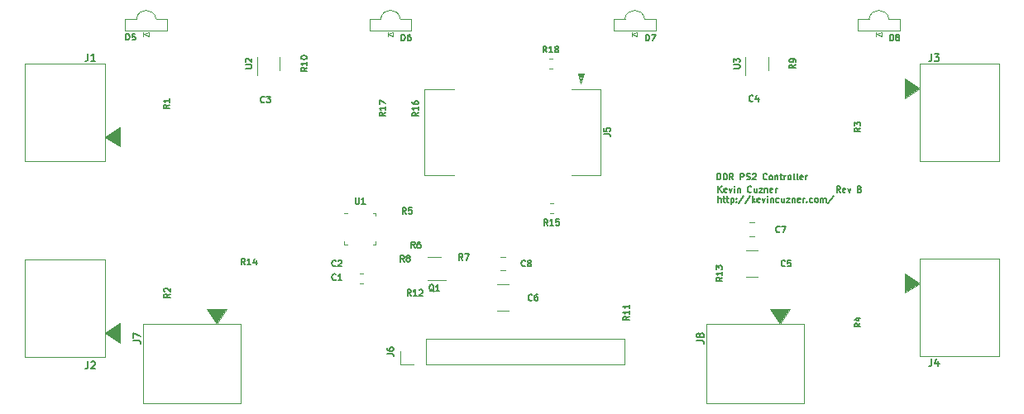
<source format=gbr>
G04 #@! TF.GenerationSoftware,KiCad,Pcbnew,5.1.6*
G04 #@! TF.CreationDate,2020-10-25T14:47:58-05:00*
G04 #@! TF.ProjectId,ddr-ps2-controller,6464722d-7073-4322-9d63-6f6e74726f6c,A*
G04 #@! TF.SameCoordinates,Original*
G04 #@! TF.FileFunction,Legend,Top*
G04 #@! TF.FilePolarity,Positive*
%FSLAX46Y46*%
G04 Gerber Fmt 4.6, Leading zero omitted, Abs format (unit mm)*
G04 Created by KiCad (PCBNEW 5.1.6) date 2020-10-25 14:47:58*
%MOMM*%
%LPD*%
G01*
G04 APERTURE LIST*
%ADD10C,0.150000*%
%ADD11C,0.120000*%
G04 APERTURE END LIST*
D10*
X171048690Y-99203261D02*
X171048690Y-98568261D01*
X171320833Y-99203261D02*
X171320833Y-98870642D01*
X171290595Y-98810166D01*
X171230119Y-98779928D01*
X171139404Y-98779928D01*
X171078928Y-98810166D01*
X171048690Y-98840404D01*
X171532500Y-98779928D02*
X171774404Y-98779928D01*
X171623214Y-98568261D02*
X171623214Y-99112547D01*
X171653452Y-99173023D01*
X171713928Y-99203261D01*
X171774404Y-99203261D01*
X171895357Y-98779928D02*
X172137261Y-98779928D01*
X171986071Y-98568261D02*
X171986071Y-99112547D01*
X172016309Y-99173023D01*
X172076785Y-99203261D01*
X172137261Y-99203261D01*
X172348928Y-98779928D02*
X172348928Y-99414928D01*
X172348928Y-98810166D02*
X172409404Y-98779928D01*
X172530357Y-98779928D01*
X172590833Y-98810166D01*
X172621071Y-98840404D01*
X172651309Y-98900880D01*
X172651309Y-99082309D01*
X172621071Y-99142785D01*
X172590833Y-99173023D01*
X172530357Y-99203261D01*
X172409404Y-99203261D01*
X172348928Y-99173023D01*
X172923452Y-99142785D02*
X172953690Y-99173023D01*
X172923452Y-99203261D01*
X172893214Y-99173023D01*
X172923452Y-99142785D01*
X172923452Y-99203261D01*
X172923452Y-98810166D02*
X172953690Y-98840404D01*
X172923452Y-98870642D01*
X172893214Y-98840404D01*
X172923452Y-98810166D01*
X172923452Y-98870642D01*
X173679404Y-98538023D02*
X173135119Y-99354452D01*
X174344642Y-98538023D02*
X173800357Y-99354452D01*
X174556309Y-99203261D02*
X174556309Y-98568261D01*
X174616785Y-98961357D02*
X174798214Y-99203261D01*
X174798214Y-98779928D02*
X174556309Y-99021833D01*
X175312261Y-99173023D02*
X175251785Y-99203261D01*
X175130833Y-99203261D01*
X175070357Y-99173023D01*
X175040119Y-99112547D01*
X175040119Y-98870642D01*
X175070357Y-98810166D01*
X175130833Y-98779928D01*
X175251785Y-98779928D01*
X175312261Y-98810166D01*
X175342500Y-98870642D01*
X175342500Y-98931119D01*
X175040119Y-98991595D01*
X175554166Y-98779928D02*
X175705357Y-99203261D01*
X175856547Y-98779928D01*
X176098452Y-99203261D02*
X176098452Y-98779928D01*
X176098452Y-98568261D02*
X176068214Y-98598500D01*
X176098452Y-98628738D01*
X176128690Y-98598500D01*
X176098452Y-98568261D01*
X176098452Y-98628738D01*
X176400833Y-98779928D02*
X176400833Y-99203261D01*
X176400833Y-98840404D02*
X176431071Y-98810166D01*
X176491547Y-98779928D01*
X176582261Y-98779928D01*
X176642738Y-98810166D01*
X176672976Y-98870642D01*
X176672976Y-99203261D01*
X177247500Y-99173023D02*
X177187023Y-99203261D01*
X177066071Y-99203261D01*
X177005595Y-99173023D01*
X176975357Y-99142785D01*
X176945119Y-99082309D01*
X176945119Y-98900880D01*
X176975357Y-98840404D01*
X177005595Y-98810166D01*
X177066071Y-98779928D01*
X177187023Y-98779928D01*
X177247500Y-98810166D01*
X177791785Y-98779928D02*
X177791785Y-99203261D01*
X177519642Y-98779928D02*
X177519642Y-99112547D01*
X177549880Y-99173023D01*
X177610357Y-99203261D01*
X177701071Y-99203261D01*
X177761547Y-99173023D01*
X177791785Y-99142785D01*
X178033690Y-98779928D02*
X178366309Y-98779928D01*
X178033690Y-99203261D01*
X178366309Y-99203261D01*
X178608214Y-98779928D02*
X178608214Y-99203261D01*
X178608214Y-98840404D02*
X178638452Y-98810166D01*
X178698928Y-98779928D01*
X178789642Y-98779928D01*
X178850119Y-98810166D01*
X178880357Y-98870642D01*
X178880357Y-99203261D01*
X179424642Y-99173023D02*
X179364166Y-99203261D01*
X179243214Y-99203261D01*
X179182738Y-99173023D01*
X179152500Y-99112547D01*
X179152500Y-98870642D01*
X179182738Y-98810166D01*
X179243214Y-98779928D01*
X179364166Y-98779928D01*
X179424642Y-98810166D01*
X179454880Y-98870642D01*
X179454880Y-98931119D01*
X179152500Y-98991595D01*
X179727023Y-99203261D02*
X179727023Y-98779928D01*
X179727023Y-98900880D02*
X179757261Y-98840404D01*
X179787500Y-98810166D01*
X179847976Y-98779928D01*
X179908452Y-98779928D01*
X180120119Y-99142785D02*
X180150357Y-99173023D01*
X180120119Y-99203261D01*
X180089880Y-99173023D01*
X180120119Y-99142785D01*
X180120119Y-99203261D01*
X180694642Y-99173023D02*
X180634166Y-99203261D01*
X180513214Y-99203261D01*
X180452738Y-99173023D01*
X180422500Y-99142785D01*
X180392261Y-99082309D01*
X180392261Y-98900880D01*
X180422500Y-98840404D01*
X180452738Y-98810166D01*
X180513214Y-98779928D01*
X180634166Y-98779928D01*
X180694642Y-98810166D01*
X181057500Y-99203261D02*
X180997023Y-99173023D01*
X180966785Y-99142785D01*
X180936547Y-99082309D01*
X180936547Y-98900880D01*
X180966785Y-98840404D01*
X180997023Y-98810166D01*
X181057500Y-98779928D01*
X181148214Y-98779928D01*
X181208690Y-98810166D01*
X181238928Y-98840404D01*
X181269166Y-98900880D01*
X181269166Y-99082309D01*
X181238928Y-99142785D01*
X181208690Y-99173023D01*
X181148214Y-99203261D01*
X181057500Y-99203261D01*
X181541309Y-99203261D02*
X181541309Y-98779928D01*
X181541309Y-98840404D02*
X181571547Y-98810166D01*
X181632023Y-98779928D01*
X181722738Y-98779928D01*
X181783214Y-98810166D01*
X181813452Y-98870642D01*
X181813452Y-99203261D01*
X181813452Y-98870642D02*
X181843690Y-98810166D01*
X181904166Y-98779928D01*
X181994880Y-98779928D01*
X182055357Y-98810166D01*
X182085595Y-98870642D01*
X182085595Y-99203261D01*
X182841547Y-98538023D02*
X182297261Y-99354452D01*
X183534642Y-98187261D02*
X183322976Y-97884880D01*
X183171785Y-98187261D02*
X183171785Y-97552261D01*
X183413690Y-97552261D01*
X183474166Y-97582500D01*
X183504404Y-97612738D01*
X183534642Y-97673214D01*
X183534642Y-97763928D01*
X183504404Y-97824404D01*
X183474166Y-97854642D01*
X183413690Y-97884880D01*
X183171785Y-97884880D01*
X184048690Y-98157023D02*
X183988214Y-98187261D01*
X183867261Y-98187261D01*
X183806785Y-98157023D01*
X183776547Y-98096547D01*
X183776547Y-97854642D01*
X183806785Y-97794166D01*
X183867261Y-97763928D01*
X183988214Y-97763928D01*
X184048690Y-97794166D01*
X184078928Y-97854642D01*
X184078928Y-97915119D01*
X183776547Y-97975595D01*
X184290595Y-97763928D02*
X184441785Y-98187261D01*
X184592976Y-97763928D01*
X185530357Y-97854642D02*
X185621071Y-97884880D01*
X185651309Y-97915119D01*
X185681547Y-97975595D01*
X185681547Y-98066309D01*
X185651309Y-98126785D01*
X185621071Y-98157023D01*
X185560595Y-98187261D01*
X185318690Y-98187261D01*
X185318690Y-97552261D01*
X185530357Y-97552261D01*
X185590833Y-97582500D01*
X185621071Y-97612738D01*
X185651309Y-97673214D01*
X185651309Y-97733690D01*
X185621071Y-97794166D01*
X185590833Y-97824404D01*
X185530357Y-97854642D01*
X185318690Y-97854642D01*
X171048690Y-98187261D02*
X171048690Y-97552261D01*
X171411547Y-98187261D02*
X171139404Y-97824404D01*
X171411547Y-97552261D02*
X171048690Y-97915119D01*
X171925595Y-98157023D02*
X171865119Y-98187261D01*
X171744166Y-98187261D01*
X171683690Y-98157023D01*
X171653452Y-98096547D01*
X171653452Y-97854642D01*
X171683690Y-97794166D01*
X171744166Y-97763928D01*
X171865119Y-97763928D01*
X171925595Y-97794166D01*
X171955833Y-97854642D01*
X171955833Y-97915119D01*
X171653452Y-97975595D01*
X172167500Y-97763928D02*
X172318690Y-98187261D01*
X172469880Y-97763928D01*
X172711785Y-98187261D02*
X172711785Y-97763928D01*
X172711785Y-97552261D02*
X172681547Y-97582500D01*
X172711785Y-97612738D01*
X172742023Y-97582500D01*
X172711785Y-97552261D01*
X172711785Y-97612738D01*
X173014166Y-97763928D02*
X173014166Y-98187261D01*
X173014166Y-97824404D02*
X173044404Y-97794166D01*
X173104880Y-97763928D01*
X173195595Y-97763928D01*
X173256071Y-97794166D01*
X173286309Y-97854642D01*
X173286309Y-98187261D01*
X174435357Y-98126785D02*
X174405119Y-98157023D01*
X174314404Y-98187261D01*
X174253928Y-98187261D01*
X174163214Y-98157023D01*
X174102738Y-98096547D01*
X174072500Y-98036071D01*
X174042261Y-97915119D01*
X174042261Y-97824404D01*
X174072500Y-97703452D01*
X174102738Y-97642976D01*
X174163214Y-97582500D01*
X174253928Y-97552261D01*
X174314404Y-97552261D01*
X174405119Y-97582500D01*
X174435357Y-97612738D01*
X174979642Y-97763928D02*
X174979642Y-98187261D01*
X174707500Y-97763928D02*
X174707500Y-98096547D01*
X174737738Y-98157023D01*
X174798214Y-98187261D01*
X174888928Y-98187261D01*
X174949404Y-98157023D01*
X174979642Y-98126785D01*
X175221547Y-97763928D02*
X175554166Y-97763928D01*
X175221547Y-98187261D01*
X175554166Y-98187261D01*
X175796071Y-97763928D02*
X175796071Y-98187261D01*
X175796071Y-97824404D02*
X175826309Y-97794166D01*
X175886785Y-97763928D01*
X175977500Y-97763928D01*
X176037976Y-97794166D01*
X176068214Y-97854642D01*
X176068214Y-98187261D01*
X176612500Y-98157023D02*
X176552023Y-98187261D01*
X176431071Y-98187261D01*
X176370595Y-98157023D01*
X176340357Y-98096547D01*
X176340357Y-97854642D01*
X176370595Y-97794166D01*
X176431071Y-97763928D01*
X176552023Y-97763928D01*
X176612500Y-97794166D01*
X176642738Y-97854642D01*
X176642738Y-97915119D01*
X176340357Y-97975595D01*
X176914880Y-98187261D02*
X176914880Y-97763928D01*
X176914880Y-97884880D02*
X176945119Y-97824404D01*
X176975357Y-97794166D01*
X177035833Y-97763928D01*
X177096309Y-97763928D01*
X170948690Y-96887261D02*
X170948690Y-96252261D01*
X171099880Y-96252261D01*
X171190595Y-96282500D01*
X171251071Y-96342976D01*
X171281309Y-96403452D01*
X171311547Y-96524404D01*
X171311547Y-96615119D01*
X171281309Y-96736071D01*
X171251071Y-96796547D01*
X171190595Y-96857023D01*
X171099880Y-96887261D01*
X170948690Y-96887261D01*
X171583690Y-96887261D02*
X171583690Y-96252261D01*
X171734880Y-96252261D01*
X171825595Y-96282500D01*
X171886071Y-96342976D01*
X171916309Y-96403452D01*
X171946547Y-96524404D01*
X171946547Y-96615119D01*
X171916309Y-96736071D01*
X171886071Y-96796547D01*
X171825595Y-96857023D01*
X171734880Y-96887261D01*
X171583690Y-96887261D01*
X172581547Y-96887261D02*
X172369880Y-96584880D01*
X172218690Y-96887261D02*
X172218690Y-96252261D01*
X172460595Y-96252261D01*
X172521071Y-96282500D01*
X172551309Y-96312738D01*
X172581547Y-96373214D01*
X172581547Y-96463928D01*
X172551309Y-96524404D01*
X172521071Y-96554642D01*
X172460595Y-96584880D01*
X172218690Y-96584880D01*
X173337500Y-96887261D02*
X173337500Y-96252261D01*
X173579404Y-96252261D01*
X173639880Y-96282500D01*
X173670119Y-96312738D01*
X173700357Y-96373214D01*
X173700357Y-96463928D01*
X173670119Y-96524404D01*
X173639880Y-96554642D01*
X173579404Y-96584880D01*
X173337500Y-96584880D01*
X173942261Y-96857023D02*
X174032976Y-96887261D01*
X174184166Y-96887261D01*
X174244642Y-96857023D01*
X174274880Y-96826785D01*
X174305119Y-96766309D01*
X174305119Y-96705833D01*
X174274880Y-96645357D01*
X174244642Y-96615119D01*
X174184166Y-96584880D01*
X174063214Y-96554642D01*
X174002738Y-96524404D01*
X173972500Y-96494166D01*
X173942261Y-96433690D01*
X173942261Y-96373214D01*
X173972500Y-96312738D01*
X174002738Y-96282500D01*
X174063214Y-96252261D01*
X174214404Y-96252261D01*
X174305119Y-96282500D01*
X174547023Y-96312738D02*
X174577261Y-96282500D01*
X174637738Y-96252261D01*
X174788928Y-96252261D01*
X174849404Y-96282500D01*
X174879642Y-96312738D01*
X174909880Y-96373214D01*
X174909880Y-96433690D01*
X174879642Y-96524404D01*
X174516785Y-96887261D01*
X174909880Y-96887261D01*
X176028690Y-96826785D02*
X175998452Y-96857023D01*
X175907738Y-96887261D01*
X175847261Y-96887261D01*
X175756547Y-96857023D01*
X175696071Y-96796547D01*
X175665833Y-96736071D01*
X175635595Y-96615119D01*
X175635595Y-96524404D01*
X175665833Y-96403452D01*
X175696071Y-96342976D01*
X175756547Y-96282500D01*
X175847261Y-96252261D01*
X175907738Y-96252261D01*
X175998452Y-96282500D01*
X176028690Y-96312738D01*
X176391547Y-96887261D02*
X176331071Y-96857023D01*
X176300833Y-96826785D01*
X176270595Y-96766309D01*
X176270595Y-96584880D01*
X176300833Y-96524404D01*
X176331071Y-96494166D01*
X176391547Y-96463928D01*
X176482261Y-96463928D01*
X176542738Y-96494166D01*
X176572976Y-96524404D01*
X176603214Y-96584880D01*
X176603214Y-96766309D01*
X176572976Y-96826785D01*
X176542738Y-96857023D01*
X176482261Y-96887261D01*
X176391547Y-96887261D01*
X176875357Y-96463928D02*
X176875357Y-96887261D01*
X176875357Y-96524404D02*
X176905595Y-96494166D01*
X176966071Y-96463928D01*
X177056785Y-96463928D01*
X177117261Y-96494166D01*
X177147500Y-96554642D01*
X177147500Y-96887261D01*
X177359166Y-96463928D02*
X177601071Y-96463928D01*
X177449880Y-96252261D02*
X177449880Y-96796547D01*
X177480119Y-96857023D01*
X177540595Y-96887261D01*
X177601071Y-96887261D01*
X177812738Y-96887261D02*
X177812738Y-96463928D01*
X177812738Y-96584880D02*
X177842976Y-96524404D01*
X177873214Y-96494166D01*
X177933690Y-96463928D01*
X177994166Y-96463928D01*
X178296547Y-96887261D02*
X178236071Y-96857023D01*
X178205833Y-96826785D01*
X178175595Y-96766309D01*
X178175595Y-96584880D01*
X178205833Y-96524404D01*
X178236071Y-96494166D01*
X178296547Y-96463928D01*
X178387261Y-96463928D01*
X178447738Y-96494166D01*
X178477976Y-96524404D01*
X178508214Y-96584880D01*
X178508214Y-96766309D01*
X178477976Y-96826785D01*
X178447738Y-96857023D01*
X178387261Y-96887261D01*
X178296547Y-96887261D01*
X178871071Y-96887261D02*
X178810595Y-96857023D01*
X178780357Y-96796547D01*
X178780357Y-96252261D01*
X179203690Y-96887261D02*
X179143214Y-96857023D01*
X179112976Y-96796547D01*
X179112976Y-96252261D01*
X179687500Y-96857023D02*
X179627023Y-96887261D01*
X179506071Y-96887261D01*
X179445595Y-96857023D01*
X179415357Y-96796547D01*
X179415357Y-96554642D01*
X179445595Y-96494166D01*
X179506071Y-96463928D01*
X179627023Y-96463928D01*
X179687500Y-96494166D01*
X179717738Y-96554642D01*
X179717738Y-96615119D01*
X179415357Y-96675595D01*
X179989880Y-96887261D02*
X179989880Y-96463928D01*
X179989880Y-96584880D02*
X180020119Y-96524404D01*
X180050357Y-96494166D01*
X180110833Y-96463928D01*
X180171309Y-96463928D01*
D11*
X144000000Y-96400000D02*
X141000000Y-96400000D01*
X141000000Y-96400000D02*
X141000000Y-87600000D01*
X141000000Y-87600000D02*
X144000000Y-87600000D01*
X156000000Y-96400000D02*
X159000000Y-96400000D01*
X159000000Y-96400000D02*
X159000000Y-87600000D01*
X159000000Y-87600000D02*
X156000000Y-87600000D01*
X157300000Y-86000000D02*
X156700000Y-86000000D01*
X156700000Y-86000000D02*
X157000000Y-87000000D01*
X157000000Y-87000000D02*
X157300000Y-86000000D01*
X157200000Y-86100000D02*
X156800000Y-86100000D01*
X156800000Y-86100000D02*
X156800000Y-86200000D01*
X156800000Y-86200000D02*
X157200000Y-86200000D01*
X157200000Y-86200000D02*
X157100000Y-86300000D01*
X157100000Y-86300000D02*
X156900000Y-86300000D01*
X156900000Y-86300000D02*
X156900000Y-86400000D01*
X156900000Y-86400000D02*
X157100000Y-86400000D01*
X157100000Y-86400000D02*
X157100000Y-86500000D01*
X157100000Y-86500000D02*
X157000000Y-86500000D01*
X157000000Y-86500000D02*
X156900000Y-86500000D01*
X156900000Y-86500000D02*
X157000000Y-86600000D01*
X157000000Y-86600000D02*
X157000000Y-86700000D01*
X157000000Y-86700000D02*
X157100000Y-86600000D01*
X108288000Y-85000000D02*
X108288000Y-95000000D01*
X108288000Y-95000000D02*
X100088000Y-95000000D01*
X100088000Y-95000000D02*
X100088000Y-85000000D01*
X100088000Y-85000000D02*
X108288000Y-85000000D01*
G36*
X108288000Y-92500000D02*
G01*
X109788000Y-91500000D01*
X109788000Y-93500000D01*
X108288000Y-92500000D01*
G37*
X108288000Y-92500000D02*
X109788000Y-91500000D01*
X109788000Y-93500000D01*
X108288000Y-92500000D01*
X108288000Y-105086000D02*
X108288000Y-115086000D01*
X108288000Y-115086000D02*
X100088000Y-115086000D01*
X100088000Y-115086000D02*
X100088000Y-105086000D01*
X100088000Y-105086000D02*
X108288000Y-105086000D01*
G36*
X108288000Y-112586000D02*
G01*
X109788000Y-111586000D01*
X109788000Y-113586000D01*
X108288000Y-112586000D01*
G37*
X108288000Y-112586000D02*
X109788000Y-111586000D01*
X109788000Y-113586000D01*
X108288000Y-112586000D01*
X191648000Y-95020000D02*
X191648000Y-85020000D01*
X191648000Y-85020000D02*
X199848000Y-85020000D01*
X199848000Y-85020000D02*
X199848000Y-95020000D01*
X199848000Y-95020000D02*
X191648000Y-95020000D01*
G36*
X191648000Y-87520000D02*
G01*
X190148000Y-88520000D01*
X190148000Y-86520000D01*
X191648000Y-87520000D01*
G37*
X191648000Y-87520000D02*
X190148000Y-88520000D01*
X190148000Y-86520000D01*
X191648000Y-87520000D01*
X191648000Y-115000000D02*
X191648000Y-105000000D01*
X191648000Y-105000000D02*
X199848000Y-105000000D01*
X199848000Y-105000000D02*
X199848000Y-115000000D01*
X199848000Y-115000000D02*
X191648000Y-115000000D01*
G36*
X191648000Y-107500000D02*
G01*
X190148000Y-108500000D01*
X190148000Y-106500000D01*
X191648000Y-107500000D01*
G37*
X191648000Y-107500000D02*
X190148000Y-108500000D01*
X190148000Y-106500000D01*
X191648000Y-107500000D01*
X112202000Y-111634000D02*
X122202000Y-111634000D01*
X122202000Y-111634000D02*
X122202000Y-119834000D01*
X122202000Y-119834000D02*
X112202000Y-119834000D01*
X112202000Y-119834000D02*
X112202000Y-111634000D01*
G36*
X119702000Y-111634000D02*
G01*
X118702000Y-110134000D01*
X120702000Y-110134000D01*
X119702000Y-111634000D01*
G37*
X119702000Y-111634000D02*
X118702000Y-110134000D01*
X120702000Y-110134000D01*
X119702000Y-111634000D01*
X169860000Y-111634000D02*
X179860000Y-111634000D01*
X179860000Y-111634000D02*
X179860000Y-119834000D01*
X179860000Y-119834000D02*
X169860000Y-119834000D01*
X169860000Y-119834000D02*
X169860000Y-111634000D01*
G36*
X177360000Y-111634000D02*
G01*
X176360000Y-110134000D01*
X178360000Y-110134000D01*
X177360000Y-111634000D01*
G37*
X177360000Y-111634000D02*
X176360000Y-110134000D01*
X178360000Y-110134000D01*
X177360000Y-111634000D01*
X113500000Y-80400000D02*
X114650000Y-80400000D01*
X114650000Y-80400000D02*
X114650000Y-81600000D01*
X114650000Y-81600000D02*
X110350000Y-81600000D01*
X110350000Y-81600000D02*
X110350000Y-80400000D01*
X110350000Y-80400000D02*
X111500000Y-80400001D01*
X112750000Y-81800000D02*
X112750000Y-82200000D01*
X112750000Y-82200000D02*
X112250000Y-82000000D01*
X112250000Y-82000000D02*
X112750000Y-81800000D01*
X112200000Y-81800000D02*
X112200000Y-82200000D01*
X111500000Y-80400001D02*
G75*
G02*
X113500000Y-80400000I1000000J-149999D01*
G01*
X138500000Y-80400000D02*
X139650000Y-80400000D01*
X139650000Y-80400000D02*
X139650000Y-81600000D01*
X139650000Y-81600000D02*
X135350000Y-81600000D01*
X135350000Y-81600000D02*
X135350000Y-80400000D01*
X135350000Y-80400000D02*
X136500000Y-80400001D01*
X137750000Y-81800000D02*
X137750000Y-82200000D01*
X137750000Y-82200000D02*
X137250000Y-82000000D01*
X137250000Y-82000000D02*
X137750000Y-81800000D01*
X137200000Y-81800000D02*
X137200000Y-82200000D01*
X136500000Y-80400001D02*
G75*
G02*
X138500000Y-80400000I1000000J-149999D01*
G01*
X163500000Y-80400000D02*
X164650000Y-80400000D01*
X164650000Y-80400000D02*
X164650000Y-81600000D01*
X164650000Y-81600000D02*
X160350000Y-81600000D01*
X160350000Y-81600000D02*
X160350000Y-80400000D01*
X160350000Y-80400000D02*
X161500000Y-80400001D01*
X162750000Y-81800000D02*
X162750000Y-82200000D01*
X162750000Y-82200000D02*
X162250000Y-82000000D01*
X162250000Y-82000000D02*
X162750000Y-81800000D01*
X162200000Y-81800000D02*
X162200000Y-82200000D01*
X161500000Y-80400001D02*
G75*
G02*
X163500000Y-80400000I1000000J-149999D01*
G01*
X188500000Y-80400000D02*
X189650000Y-80400000D01*
X189650000Y-80400000D02*
X189650000Y-81600000D01*
X189650000Y-81600000D02*
X185350000Y-81600000D01*
X185350000Y-81600000D02*
X185350000Y-80400000D01*
X185350000Y-80400000D02*
X186500000Y-80400001D01*
X187750000Y-81800000D02*
X187750000Y-82200000D01*
X187750000Y-82200000D02*
X187250000Y-82000000D01*
X187250000Y-82000000D02*
X187750000Y-81800000D01*
X187200000Y-81800000D02*
X187200000Y-82200000D01*
X186500000Y-80400001D02*
G75*
G02*
X188500000Y-80400000I1000000J-149999D01*
G01*
X134662779Y-107510000D02*
X134337221Y-107510000D01*
X134662779Y-106490000D02*
X134337221Y-106490000D01*
X173897936Y-104140000D02*
X175102064Y-104140000D01*
X173897936Y-106860000D02*
X175102064Y-106860000D01*
X149602064Y-107640000D02*
X148397936Y-107640000D01*
X149602064Y-110360000D02*
X148397936Y-110360000D01*
X161490000Y-115830000D02*
X161490000Y-113170000D01*
X141110000Y-115830000D02*
X161490000Y-115830000D01*
X141110000Y-113170000D02*
X161490000Y-113170000D01*
X141110000Y-115830000D02*
X141110000Y-113170000D01*
X139840000Y-115830000D02*
X138510000Y-115830000D01*
X138510000Y-115830000D02*
X138510000Y-114500000D01*
X141300000Y-107160000D02*
X143200000Y-107160000D01*
X142700000Y-104840000D02*
X141300000Y-104840000D01*
X135685000Y-100290000D02*
X136010000Y-100290000D01*
X136010000Y-100290000D02*
X136010000Y-100615000D01*
X133115000Y-103510000D02*
X132790000Y-103510000D01*
X132790000Y-103510000D02*
X132790000Y-103185000D01*
X135685000Y-103510000D02*
X136010000Y-103510000D01*
X136010000Y-103510000D02*
X136010000Y-103185000D01*
X133115000Y-100290000D02*
X132790000Y-100290000D01*
X126160000Y-85700000D02*
X126160000Y-84300000D01*
X123840000Y-84300000D02*
X123840000Y-86200000D01*
X173840000Y-84300000D02*
X173840000Y-86200000D01*
X176160000Y-85700000D02*
X176160000Y-84300000D01*
X174241422Y-102710000D02*
X174758578Y-102710000D01*
X174241422Y-101290000D02*
X174758578Y-101290000D01*
X149258578Y-106210000D02*
X148741422Y-106210000D01*
X149258578Y-104790000D02*
X148741422Y-104790000D01*
X153837221Y-100310000D02*
X154162779Y-100310000D01*
X153837221Y-99290000D02*
X154162779Y-99290000D01*
X153724721Y-85510000D02*
X154050279Y-85510000D01*
X153724721Y-84490000D02*
X154050279Y-84490000D01*
D10*
X159352261Y-92211666D02*
X159805833Y-92211666D01*
X159896547Y-92241904D01*
X159957023Y-92302380D01*
X159987261Y-92393095D01*
X159987261Y-92453571D01*
X159352261Y-91606904D02*
X159352261Y-91909285D01*
X159654642Y-91939523D01*
X159624404Y-91909285D01*
X159594166Y-91848809D01*
X159594166Y-91697619D01*
X159624404Y-91637142D01*
X159654642Y-91606904D01*
X159715119Y-91576666D01*
X159866309Y-91576666D01*
X159926785Y-91606904D01*
X159957023Y-91637142D01*
X159987261Y-91697619D01*
X159987261Y-91848809D01*
X159957023Y-91909285D01*
X159926785Y-91939523D01*
X106534000Y-83982714D02*
X106534000Y-84527000D01*
X106497714Y-84635857D01*
X106425142Y-84708428D01*
X106316285Y-84744714D01*
X106243714Y-84744714D01*
X107296000Y-84744714D02*
X106860571Y-84744714D01*
X107078285Y-84744714D02*
X107078285Y-83982714D01*
X107005714Y-84091571D01*
X106933142Y-84164142D01*
X106860571Y-84200428D01*
X106534000Y-115510714D02*
X106534000Y-116055000D01*
X106497714Y-116163857D01*
X106425142Y-116236428D01*
X106316285Y-116272714D01*
X106243714Y-116272714D01*
X106860571Y-115583285D02*
X106896857Y-115547000D01*
X106969428Y-115510714D01*
X107150857Y-115510714D01*
X107223428Y-115547000D01*
X107259714Y-115583285D01*
X107296000Y-115655857D01*
X107296000Y-115728428D01*
X107259714Y-115837285D01*
X106824285Y-116272714D01*
X107296000Y-116272714D01*
X192894000Y-84014714D02*
X192894000Y-84559000D01*
X192857714Y-84667857D01*
X192785142Y-84740428D01*
X192676285Y-84776714D01*
X192603714Y-84776714D01*
X193184285Y-84014714D02*
X193656000Y-84014714D01*
X193402000Y-84305000D01*
X193510857Y-84305000D01*
X193583428Y-84341285D01*
X193619714Y-84377571D01*
X193656000Y-84450142D01*
X193656000Y-84631571D01*
X193619714Y-84704142D01*
X193583428Y-84740428D01*
X193510857Y-84776714D01*
X193293142Y-84776714D01*
X193220571Y-84740428D01*
X193184285Y-84704142D01*
X192894000Y-115256714D02*
X192894000Y-115801000D01*
X192857714Y-115909857D01*
X192785142Y-115982428D01*
X192676285Y-116018714D01*
X192603714Y-116018714D01*
X193583428Y-115510714D02*
X193583428Y-116018714D01*
X193402000Y-115220428D02*
X193220571Y-115764714D01*
X193692285Y-115764714D01*
X111184714Y-113388000D02*
X111729000Y-113388000D01*
X111837857Y-113424285D01*
X111910428Y-113496857D01*
X111946714Y-113605714D01*
X111946714Y-113678285D01*
X111184714Y-113097714D02*
X111184714Y-112589714D01*
X111946714Y-112916285D01*
X168842714Y-113388000D02*
X169387000Y-113388000D01*
X169495857Y-113424285D01*
X169568428Y-113496857D01*
X169604714Y-113605714D01*
X169604714Y-113678285D01*
X169169285Y-112916285D02*
X169133000Y-112988857D01*
X169096714Y-113025142D01*
X169024142Y-113061428D01*
X168987857Y-113061428D01*
X168915285Y-113025142D01*
X168879000Y-112988857D01*
X168842714Y-112916285D01*
X168842714Y-112771142D01*
X168879000Y-112698571D01*
X168915285Y-112662285D01*
X168987857Y-112626000D01*
X169024142Y-112626000D01*
X169096714Y-112662285D01*
X169133000Y-112698571D01*
X169169285Y-112771142D01*
X169169285Y-112916285D01*
X169205571Y-112988857D01*
X169241857Y-113025142D01*
X169314428Y-113061428D01*
X169459571Y-113061428D01*
X169532142Y-113025142D01*
X169568428Y-112988857D01*
X169604714Y-112916285D01*
X169604714Y-112771142D01*
X169568428Y-112698571D01*
X169532142Y-112662285D01*
X169459571Y-112626000D01*
X169314428Y-112626000D01*
X169241857Y-112662285D01*
X169205571Y-112698571D01*
X169169285Y-112771142D01*
X110431309Y-82587261D02*
X110431309Y-81952261D01*
X110582500Y-81952261D01*
X110673214Y-81982500D01*
X110733690Y-82042976D01*
X110763928Y-82103452D01*
X110794166Y-82224404D01*
X110794166Y-82315119D01*
X110763928Y-82436071D01*
X110733690Y-82496547D01*
X110673214Y-82557023D01*
X110582500Y-82587261D01*
X110431309Y-82587261D01*
X111368690Y-81952261D02*
X111066309Y-81952261D01*
X111036071Y-82254642D01*
X111066309Y-82224404D01*
X111126785Y-82194166D01*
X111277976Y-82194166D01*
X111338452Y-82224404D01*
X111368690Y-82254642D01*
X111398928Y-82315119D01*
X111398928Y-82466309D01*
X111368690Y-82526785D01*
X111338452Y-82557023D01*
X111277976Y-82587261D01*
X111126785Y-82587261D01*
X111066309Y-82557023D01*
X111036071Y-82526785D01*
X138631309Y-82637261D02*
X138631309Y-82002261D01*
X138782500Y-82002261D01*
X138873214Y-82032500D01*
X138933690Y-82092976D01*
X138963928Y-82153452D01*
X138994166Y-82274404D01*
X138994166Y-82365119D01*
X138963928Y-82486071D01*
X138933690Y-82546547D01*
X138873214Y-82607023D01*
X138782500Y-82637261D01*
X138631309Y-82637261D01*
X139538452Y-82002261D02*
X139417500Y-82002261D01*
X139357023Y-82032500D01*
X139326785Y-82062738D01*
X139266309Y-82153452D01*
X139236071Y-82274404D01*
X139236071Y-82516309D01*
X139266309Y-82576785D01*
X139296547Y-82607023D01*
X139357023Y-82637261D01*
X139477976Y-82637261D01*
X139538452Y-82607023D01*
X139568690Y-82576785D01*
X139598928Y-82516309D01*
X139598928Y-82365119D01*
X139568690Y-82304642D01*
X139538452Y-82274404D01*
X139477976Y-82244166D01*
X139357023Y-82244166D01*
X139296547Y-82274404D01*
X139266309Y-82304642D01*
X139236071Y-82365119D01*
X163631309Y-82637261D02*
X163631309Y-82002261D01*
X163782500Y-82002261D01*
X163873214Y-82032500D01*
X163933690Y-82092976D01*
X163963928Y-82153452D01*
X163994166Y-82274404D01*
X163994166Y-82365119D01*
X163963928Y-82486071D01*
X163933690Y-82546547D01*
X163873214Y-82607023D01*
X163782500Y-82637261D01*
X163631309Y-82637261D01*
X164205833Y-82002261D02*
X164629166Y-82002261D01*
X164357023Y-82637261D01*
X188631309Y-82637261D02*
X188631309Y-82002261D01*
X188782500Y-82002261D01*
X188873214Y-82032500D01*
X188933690Y-82092976D01*
X188963928Y-82153452D01*
X188994166Y-82274404D01*
X188994166Y-82365119D01*
X188963928Y-82486071D01*
X188933690Y-82546547D01*
X188873214Y-82607023D01*
X188782500Y-82637261D01*
X188631309Y-82637261D01*
X189357023Y-82274404D02*
X189296547Y-82244166D01*
X189266309Y-82213928D01*
X189236071Y-82153452D01*
X189236071Y-82123214D01*
X189266309Y-82062738D01*
X189296547Y-82032500D01*
X189357023Y-82002261D01*
X189477976Y-82002261D01*
X189538452Y-82032500D01*
X189568690Y-82062738D01*
X189598928Y-82123214D01*
X189598928Y-82153452D01*
X189568690Y-82213928D01*
X189538452Y-82244166D01*
X189477976Y-82274404D01*
X189357023Y-82274404D01*
X189296547Y-82304642D01*
X189266309Y-82334880D01*
X189236071Y-82395357D01*
X189236071Y-82516309D01*
X189266309Y-82576785D01*
X189296547Y-82607023D01*
X189357023Y-82637261D01*
X189477976Y-82637261D01*
X189538452Y-82607023D01*
X189568690Y-82576785D01*
X189598928Y-82516309D01*
X189598928Y-82395357D01*
X189568690Y-82334880D01*
X189538452Y-82304642D01*
X189477976Y-82274404D01*
X131894166Y-107126785D02*
X131863928Y-107157023D01*
X131773214Y-107187261D01*
X131712738Y-107187261D01*
X131622023Y-107157023D01*
X131561547Y-107096547D01*
X131531309Y-107036071D01*
X131501071Y-106915119D01*
X131501071Y-106824404D01*
X131531309Y-106703452D01*
X131561547Y-106642976D01*
X131622023Y-106582500D01*
X131712738Y-106552261D01*
X131773214Y-106552261D01*
X131863928Y-106582500D01*
X131894166Y-106612738D01*
X132498928Y-107187261D02*
X132136071Y-107187261D01*
X132317500Y-107187261D02*
X132317500Y-106552261D01*
X132257023Y-106642976D01*
X132196547Y-106703452D01*
X132136071Y-106733690D01*
X131894166Y-105726785D02*
X131863928Y-105757023D01*
X131773214Y-105787261D01*
X131712738Y-105787261D01*
X131622023Y-105757023D01*
X131561547Y-105696547D01*
X131531309Y-105636071D01*
X131501071Y-105515119D01*
X131501071Y-105424404D01*
X131531309Y-105303452D01*
X131561547Y-105242976D01*
X131622023Y-105182500D01*
X131712738Y-105152261D01*
X131773214Y-105152261D01*
X131863928Y-105182500D01*
X131894166Y-105212738D01*
X132136071Y-105212738D02*
X132166309Y-105182500D01*
X132226785Y-105152261D01*
X132377976Y-105152261D01*
X132438452Y-105182500D01*
X132468690Y-105212738D01*
X132498928Y-105273214D01*
X132498928Y-105333690D01*
X132468690Y-105424404D01*
X132105833Y-105787261D01*
X132498928Y-105787261D01*
X124594166Y-88926785D02*
X124563928Y-88957023D01*
X124473214Y-88987261D01*
X124412738Y-88987261D01*
X124322023Y-88957023D01*
X124261547Y-88896547D01*
X124231309Y-88836071D01*
X124201071Y-88715119D01*
X124201071Y-88624404D01*
X124231309Y-88503452D01*
X124261547Y-88442976D01*
X124322023Y-88382500D01*
X124412738Y-88352261D01*
X124473214Y-88352261D01*
X124563928Y-88382500D01*
X124594166Y-88412738D01*
X124805833Y-88352261D02*
X125198928Y-88352261D01*
X124987261Y-88594166D01*
X125077976Y-88594166D01*
X125138452Y-88624404D01*
X125168690Y-88654642D01*
X125198928Y-88715119D01*
X125198928Y-88866309D01*
X125168690Y-88926785D01*
X125138452Y-88957023D01*
X125077976Y-88987261D01*
X124896547Y-88987261D01*
X124836071Y-88957023D01*
X124805833Y-88926785D01*
X174594166Y-88826785D02*
X174563928Y-88857023D01*
X174473214Y-88887261D01*
X174412738Y-88887261D01*
X174322023Y-88857023D01*
X174261547Y-88796547D01*
X174231309Y-88736071D01*
X174201071Y-88615119D01*
X174201071Y-88524404D01*
X174231309Y-88403452D01*
X174261547Y-88342976D01*
X174322023Y-88282500D01*
X174412738Y-88252261D01*
X174473214Y-88252261D01*
X174563928Y-88282500D01*
X174594166Y-88312738D01*
X175138452Y-88463928D02*
X175138452Y-88887261D01*
X174987261Y-88222023D02*
X174836071Y-88675595D01*
X175229166Y-88675595D01*
X177894166Y-105726785D02*
X177863928Y-105757023D01*
X177773214Y-105787261D01*
X177712738Y-105787261D01*
X177622023Y-105757023D01*
X177561547Y-105696547D01*
X177531309Y-105636071D01*
X177501071Y-105515119D01*
X177501071Y-105424404D01*
X177531309Y-105303452D01*
X177561547Y-105242976D01*
X177622023Y-105182500D01*
X177712738Y-105152261D01*
X177773214Y-105152261D01*
X177863928Y-105182500D01*
X177894166Y-105212738D01*
X178468690Y-105152261D02*
X178166309Y-105152261D01*
X178136071Y-105454642D01*
X178166309Y-105424404D01*
X178226785Y-105394166D01*
X178377976Y-105394166D01*
X178438452Y-105424404D01*
X178468690Y-105454642D01*
X178498928Y-105515119D01*
X178498928Y-105666309D01*
X178468690Y-105726785D01*
X178438452Y-105757023D01*
X178377976Y-105787261D01*
X178226785Y-105787261D01*
X178166309Y-105757023D01*
X178136071Y-105726785D01*
X151994166Y-109226785D02*
X151963928Y-109257023D01*
X151873214Y-109287261D01*
X151812738Y-109287261D01*
X151722023Y-109257023D01*
X151661547Y-109196547D01*
X151631309Y-109136071D01*
X151601071Y-109015119D01*
X151601071Y-108924404D01*
X151631309Y-108803452D01*
X151661547Y-108742976D01*
X151722023Y-108682500D01*
X151812738Y-108652261D01*
X151873214Y-108652261D01*
X151963928Y-108682500D01*
X151994166Y-108712738D01*
X152538452Y-108652261D02*
X152417500Y-108652261D01*
X152357023Y-108682500D01*
X152326785Y-108712738D01*
X152266309Y-108803452D01*
X152236071Y-108924404D01*
X152236071Y-109166309D01*
X152266309Y-109226785D01*
X152296547Y-109257023D01*
X152357023Y-109287261D01*
X152477976Y-109287261D01*
X152538452Y-109257023D01*
X152568690Y-109226785D01*
X152598928Y-109166309D01*
X152598928Y-109015119D01*
X152568690Y-108954642D01*
X152538452Y-108924404D01*
X152477976Y-108894166D01*
X152357023Y-108894166D01*
X152296547Y-108924404D01*
X152266309Y-108954642D01*
X152236071Y-109015119D01*
X137162261Y-114711666D02*
X137615833Y-114711666D01*
X137706547Y-114741904D01*
X137767023Y-114802380D01*
X137797261Y-114893095D01*
X137797261Y-114953571D01*
X137162261Y-114137142D02*
X137162261Y-114258095D01*
X137192500Y-114318571D01*
X137222738Y-114348809D01*
X137313452Y-114409285D01*
X137434404Y-114439523D01*
X137676309Y-114439523D01*
X137736785Y-114409285D01*
X137767023Y-114379047D01*
X137797261Y-114318571D01*
X137797261Y-114197619D01*
X137767023Y-114137142D01*
X137736785Y-114106904D01*
X137676309Y-114076666D01*
X137525119Y-114076666D01*
X137464642Y-114106904D01*
X137434404Y-114137142D01*
X137404166Y-114197619D01*
X137404166Y-114318571D01*
X137434404Y-114379047D01*
X137464642Y-114409285D01*
X137525119Y-114439523D01*
X141939523Y-108347738D02*
X141879047Y-108317500D01*
X141818571Y-108257023D01*
X141727857Y-108166309D01*
X141667380Y-108136071D01*
X141606904Y-108136071D01*
X141637142Y-108287261D02*
X141576666Y-108257023D01*
X141516190Y-108196547D01*
X141485952Y-108075595D01*
X141485952Y-107863928D01*
X141516190Y-107742976D01*
X141576666Y-107682500D01*
X141637142Y-107652261D01*
X141758095Y-107652261D01*
X141818571Y-107682500D01*
X141879047Y-107742976D01*
X141909285Y-107863928D01*
X141909285Y-108075595D01*
X141879047Y-108196547D01*
X141818571Y-108257023D01*
X141758095Y-108287261D01*
X141637142Y-108287261D01*
X142514047Y-108287261D02*
X142151190Y-108287261D01*
X142332619Y-108287261D02*
X142332619Y-107652261D01*
X142272142Y-107742976D01*
X142211666Y-107803452D01*
X142151190Y-107833690D01*
X114887261Y-89205833D02*
X114584880Y-89417500D01*
X114887261Y-89568690D02*
X114252261Y-89568690D01*
X114252261Y-89326785D01*
X114282500Y-89266309D01*
X114312738Y-89236071D01*
X114373214Y-89205833D01*
X114463928Y-89205833D01*
X114524404Y-89236071D01*
X114554642Y-89266309D01*
X114584880Y-89326785D01*
X114584880Y-89568690D01*
X114887261Y-88601071D02*
X114887261Y-88963928D01*
X114887261Y-88782500D02*
X114252261Y-88782500D01*
X114342976Y-88842976D01*
X114403452Y-88903452D01*
X114433690Y-88963928D01*
X114957261Y-108605833D02*
X114654880Y-108817500D01*
X114957261Y-108968690D02*
X114322261Y-108968690D01*
X114322261Y-108726785D01*
X114352500Y-108666309D01*
X114382738Y-108636071D01*
X114443214Y-108605833D01*
X114533928Y-108605833D01*
X114594404Y-108636071D01*
X114624642Y-108666309D01*
X114654880Y-108726785D01*
X114654880Y-108968690D01*
X114382738Y-108363928D02*
X114352500Y-108333690D01*
X114322261Y-108273214D01*
X114322261Y-108122023D01*
X114352500Y-108061547D01*
X114382738Y-108031309D01*
X114443214Y-108001071D01*
X114503690Y-108001071D01*
X114594404Y-108031309D01*
X114957261Y-108394166D01*
X114957261Y-108001071D01*
X185617261Y-91605833D02*
X185314880Y-91817500D01*
X185617261Y-91968690D02*
X184982261Y-91968690D01*
X184982261Y-91726785D01*
X185012500Y-91666309D01*
X185042738Y-91636071D01*
X185103214Y-91605833D01*
X185193928Y-91605833D01*
X185254404Y-91636071D01*
X185284642Y-91666309D01*
X185314880Y-91726785D01*
X185314880Y-91968690D01*
X184982261Y-91394166D02*
X184982261Y-91001071D01*
X185224166Y-91212738D01*
X185224166Y-91122023D01*
X185254404Y-91061547D01*
X185284642Y-91031309D01*
X185345119Y-91001071D01*
X185496309Y-91001071D01*
X185556785Y-91031309D01*
X185587023Y-91061547D01*
X185617261Y-91122023D01*
X185617261Y-91303452D01*
X185587023Y-91363928D01*
X185556785Y-91394166D01*
X185617261Y-111605833D02*
X185314880Y-111817500D01*
X185617261Y-111968690D02*
X184982261Y-111968690D01*
X184982261Y-111726785D01*
X185012500Y-111666309D01*
X185042738Y-111636071D01*
X185103214Y-111605833D01*
X185193928Y-111605833D01*
X185254404Y-111636071D01*
X185284642Y-111666309D01*
X185314880Y-111726785D01*
X185314880Y-111968690D01*
X185193928Y-111061547D02*
X185617261Y-111061547D01*
X184952023Y-111212738D02*
X185405595Y-111363928D01*
X185405595Y-110970833D01*
X139094166Y-100387261D02*
X138882500Y-100084880D01*
X138731309Y-100387261D02*
X138731309Y-99752261D01*
X138973214Y-99752261D01*
X139033690Y-99782500D01*
X139063928Y-99812738D01*
X139094166Y-99873214D01*
X139094166Y-99963928D01*
X139063928Y-100024404D01*
X139033690Y-100054642D01*
X138973214Y-100084880D01*
X138731309Y-100084880D01*
X139668690Y-99752261D02*
X139366309Y-99752261D01*
X139336071Y-100054642D01*
X139366309Y-100024404D01*
X139426785Y-99994166D01*
X139577976Y-99994166D01*
X139638452Y-100024404D01*
X139668690Y-100054642D01*
X139698928Y-100115119D01*
X139698928Y-100266309D01*
X139668690Y-100326785D01*
X139638452Y-100357023D01*
X139577976Y-100387261D01*
X139426785Y-100387261D01*
X139366309Y-100357023D01*
X139336071Y-100326785D01*
X139994166Y-103887261D02*
X139782500Y-103584880D01*
X139631309Y-103887261D02*
X139631309Y-103252261D01*
X139873214Y-103252261D01*
X139933690Y-103282500D01*
X139963928Y-103312738D01*
X139994166Y-103373214D01*
X139994166Y-103463928D01*
X139963928Y-103524404D01*
X139933690Y-103554642D01*
X139873214Y-103584880D01*
X139631309Y-103584880D01*
X140538452Y-103252261D02*
X140417500Y-103252261D01*
X140357023Y-103282500D01*
X140326785Y-103312738D01*
X140266309Y-103403452D01*
X140236071Y-103524404D01*
X140236071Y-103766309D01*
X140266309Y-103826785D01*
X140296547Y-103857023D01*
X140357023Y-103887261D01*
X140477976Y-103887261D01*
X140538452Y-103857023D01*
X140568690Y-103826785D01*
X140598928Y-103766309D01*
X140598928Y-103615119D01*
X140568690Y-103554642D01*
X140538452Y-103524404D01*
X140477976Y-103494166D01*
X140357023Y-103494166D01*
X140296547Y-103524404D01*
X140266309Y-103554642D01*
X140236071Y-103615119D01*
X144894166Y-105117261D02*
X144682500Y-104814880D01*
X144531309Y-105117261D02*
X144531309Y-104482261D01*
X144773214Y-104482261D01*
X144833690Y-104512500D01*
X144863928Y-104542738D01*
X144894166Y-104603214D01*
X144894166Y-104693928D01*
X144863928Y-104754404D01*
X144833690Y-104784642D01*
X144773214Y-104814880D01*
X144531309Y-104814880D01*
X145105833Y-104482261D02*
X145529166Y-104482261D01*
X145257023Y-105117261D01*
X138894166Y-105287261D02*
X138682500Y-104984880D01*
X138531309Y-105287261D02*
X138531309Y-104652261D01*
X138773214Y-104652261D01*
X138833690Y-104682500D01*
X138863928Y-104712738D01*
X138894166Y-104773214D01*
X138894166Y-104863928D01*
X138863928Y-104924404D01*
X138833690Y-104954642D01*
X138773214Y-104984880D01*
X138531309Y-104984880D01*
X139257023Y-104924404D02*
X139196547Y-104894166D01*
X139166309Y-104863928D01*
X139136071Y-104803452D01*
X139136071Y-104773214D01*
X139166309Y-104712738D01*
X139196547Y-104682500D01*
X139257023Y-104652261D01*
X139377976Y-104652261D01*
X139438452Y-104682500D01*
X139468690Y-104712738D01*
X139498928Y-104773214D01*
X139498928Y-104803452D01*
X139468690Y-104863928D01*
X139438452Y-104894166D01*
X139377976Y-104924404D01*
X139257023Y-104924404D01*
X139196547Y-104954642D01*
X139166309Y-104984880D01*
X139136071Y-105045357D01*
X139136071Y-105166309D01*
X139166309Y-105226785D01*
X139196547Y-105257023D01*
X139257023Y-105287261D01*
X139377976Y-105287261D01*
X139438452Y-105257023D01*
X139468690Y-105226785D01*
X139498928Y-105166309D01*
X139498928Y-105045357D01*
X139468690Y-104984880D01*
X139438452Y-104954642D01*
X139377976Y-104924404D01*
X178957261Y-85105833D02*
X178654880Y-85317500D01*
X178957261Y-85468690D02*
X178322261Y-85468690D01*
X178322261Y-85226785D01*
X178352500Y-85166309D01*
X178382738Y-85136071D01*
X178443214Y-85105833D01*
X178533928Y-85105833D01*
X178594404Y-85136071D01*
X178624642Y-85166309D01*
X178654880Y-85226785D01*
X178654880Y-85468690D01*
X178957261Y-84803452D02*
X178957261Y-84682500D01*
X178927023Y-84622023D01*
X178896785Y-84591785D01*
X178806071Y-84531309D01*
X178685119Y-84501071D01*
X178443214Y-84501071D01*
X178382738Y-84531309D01*
X178352500Y-84561547D01*
X178322261Y-84622023D01*
X178322261Y-84742976D01*
X178352500Y-84803452D01*
X178382738Y-84833690D01*
X178443214Y-84863928D01*
X178594404Y-84863928D01*
X178654880Y-84833690D01*
X178685119Y-84803452D01*
X178715357Y-84742976D01*
X178715357Y-84622023D01*
X178685119Y-84561547D01*
X178654880Y-84531309D01*
X178594404Y-84501071D01*
X128957261Y-85408214D02*
X128654880Y-85619880D01*
X128957261Y-85771071D02*
X128322261Y-85771071D01*
X128322261Y-85529166D01*
X128352500Y-85468690D01*
X128382738Y-85438452D01*
X128443214Y-85408214D01*
X128533928Y-85408214D01*
X128594404Y-85438452D01*
X128624642Y-85468690D01*
X128654880Y-85529166D01*
X128654880Y-85771071D01*
X128957261Y-84803452D02*
X128957261Y-85166309D01*
X128957261Y-84984880D02*
X128322261Y-84984880D01*
X128412976Y-85045357D01*
X128473452Y-85105833D01*
X128503690Y-85166309D01*
X128322261Y-84410357D02*
X128322261Y-84349880D01*
X128352500Y-84289404D01*
X128382738Y-84259166D01*
X128443214Y-84228928D01*
X128564166Y-84198690D01*
X128715357Y-84198690D01*
X128836309Y-84228928D01*
X128896785Y-84259166D01*
X128927023Y-84289404D01*
X128957261Y-84349880D01*
X128957261Y-84410357D01*
X128927023Y-84470833D01*
X128896785Y-84501071D01*
X128836309Y-84531309D01*
X128715357Y-84561547D01*
X128564166Y-84561547D01*
X128443214Y-84531309D01*
X128382738Y-84501071D01*
X128352500Y-84470833D01*
X128322261Y-84410357D01*
X161957261Y-110908214D02*
X161654880Y-111119880D01*
X161957261Y-111271071D02*
X161322261Y-111271071D01*
X161322261Y-111029166D01*
X161352500Y-110968690D01*
X161382738Y-110938452D01*
X161443214Y-110908214D01*
X161533928Y-110908214D01*
X161594404Y-110938452D01*
X161624642Y-110968690D01*
X161654880Y-111029166D01*
X161654880Y-111271071D01*
X161957261Y-110303452D02*
X161957261Y-110666309D01*
X161957261Y-110484880D02*
X161322261Y-110484880D01*
X161412976Y-110545357D01*
X161473452Y-110605833D01*
X161503690Y-110666309D01*
X161957261Y-109698690D02*
X161957261Y-110061547D01*
X161957261Y-109880119D02*
X161322261Y-109880119D01*
X161412976Y-109940595D01*
X161473452Y-110001071D01*
X161503690Y-110061547D01*
X139591785Y-108787261D02*
X139380119Y-108484880D01*
X139228928Y-108787261D02*
X139228928Y-108152261D01*
X139470833Y-108152261D01*
X139531309Y-108182500D01*
X139561547Y-108212738D01*
X139591785Y-108273214D01*
X139591785Y-108363928D01*
X139561547Y-108424404D01*
X139531309Y-108454642D01*
X139470833Y-108484880D01*
X139228928Y-108484880D01*
X140196547Y-108787261D02*
X139833690Y-108787261D01*
X140015119Y-108787261D02*
X140015119Y-108152261D01*
X139954642Y-108242976D01*
X139894166Y-108303452D01*
X139833690Y-108333690D01*
X140438452Y-108212738D02*
X140468690Y-108182500D01*
X140529166Y-108152261D01*
X140680357Y-108152261D01*
X140740833Y-108182500D01*
X140771071Y-108212738D01*
X140801309Y-108273214D01*
X140801309Y-108333690D01*
X140771071Y-108424404D01*
X140408214Y-108787261D01*
X140801309Y-108787261D01*
X171457261Y-106908214D02*
X171154880Y-107119880D01*
X171457261Y-107271071D02*
X170822261Y-107271071D01*
X170822261Y-107029166D01*
X170852500Y-106968690D01*
X170882738Y-106938452D01*
X170943214Y-106908214D01*
X171033928Y-106908214D01*
X171094404Y-106938452D01*
X171124642Y-106968690D01*
X171154880Y-107029166D01*
X171154880Y-107271071D01*
X171457261Y-106303452D02*
X171457261Y-106666309D01*
X171457261Y-106484880D02*
X170822261Y-106484880D01*
X170912976Y-106545357D01*
X170973452Y-106605833D01*
X171003690Y-106666309D01*
X170822261Y-106091785D02*
X170822261Y-105698690D01*
X171064166Y-105910357D01*
X171064166Y-105819642D01*
X171094404Y-105759166D01*
X171124642Y-105728928D01*
X171185119Y-105698690D01*
X171336309Y-105698690D01*
X171396785Y-105728928D01*
X171427023Y-105759166D01*
X171457261Y-105819642D01*
X171457261Y-106001071D01*
X171427023Y-106061547D01*
X171396785Y-106091785D01*
X122591785Y-105617261D02*
X122380119Y-105314880D01*
X122228928Y-105617261D02*
X122228928Y-104982261D01*
X122470833Y-104982261D01*
X122531309Y-105012500D01*
X122561547Y-105042738D01*
X122591785Y-105103214D01*
X122591785Y-105193928D01*
X122561547Y-105254404D01*
X122531309Y-105284642D01*
X122470833Y-105314880D01*
X122228928Y-105314880D01*
X123196547Y-105617261D02*
X122833690Y-105617261D01*
X123015119Y-105617261D02*
X123015119Y-104982261D01*
X122954642Y-105072976D01*
X122894166Y-105133452D01*
X122833690Y-105163690D01*
X123740833Y-105193928D02*
X123740833Y-105617261D01*
X123589642Y-104952023D02*
X123438452Y-105405595D01*
X123831547Y-105405595D01*
X133916190Y-98732261D02*
X133916190Y-99246309D01*
X133946428Y-99306785D01*
X133976666Y-99337023D01*
X134037142Y-99367261D01*
X134158095Y-99367261D01*
X134218571Y-99337023D01*
X134248809Y-99306785D01*
X134279047Y-99246309D01*
X134279047Y-98732261D01*
X134914047Y-99367261D02*
X134551190Y-99367261D01*
X134732619Y-99367261D02*
X134732619Y-98732261D01*
X134672142Y-98822976D01*
X134611666Y-98883452D01*
X134551190Y-98913690D01*
X122652261Y-85483809D02*
X123166309Y-85483809D01*
X123226785Y-85453571D01*
X123257023Y-85423333D01*
X123287261Y-85362857D01*
X123287261Y-85241904D01*
X123257023Y-85181428D01*
X123226785Y-85151190D01*
X123166309Y-85120952D01*
X122652261Y-85120952D01*
X122712738Y-84848809D02*
X122682500Y-84818571D01*
X122652261Y-84758095D01*
X122652261Y-84606904D01*
X122682500Y-84546428D01*
X122712738Y-84516190D01*
X122773214Y-84485952D01*
X122833690Y-84485952D01*
X122924404Y-84516190D01*
X123287261Y-84879047D01*
X123287261Y-84485952D01*
X172652261Y-85483809D02*
X173166309Y-85483809D01*
X173226785Y-85453571D01*
X173257023Y-85423333D01*
X173287261Y-85362857D01*
X173287261Y-85241904D01*
X173257023Y-85181428D01*
X173226785Y-85151190D01*
X173166309Y-85120952D01*
X172652261Y-85120952D01*
X172652261Y-84879047D02*
X172652261Y-84485952D01*
X172894166Y-84697619D01*
X172894166Y-84606904D01*
X172924404Y-84546428D01*
X172954642Y-84516190D01*
X173015119Y-84485952D01*
X173166309Y-84485952D01*
X173226785Y-84516190D01*
X173257023Y-84546428D01*
X173287261Y-84606904D01*
X173287261Y-84788333D01*
X173257023Y-84848809D01*
X173226785Y-84879047D01*
X177331666Y-102226785D02*
X177301428Y-102257023D01*
X177210714Y-102287261D01*
X177150238Y-102287261D01*
X177059523Y-102257023D01*
X176999047Y-102196547D01*
X176968809Y-102136071D01*
X176938571Y-102015119D01*
X176938571Y-101924404D01*
X176968809Y-101803452D01*
X176999047Y-101742976D01*
X177059523Y-101682500D01*
X177150238Y-101652261D01*
X177210714Y-101652261D01*
X177301428Y-101682500D01*
X177331666Y-101712738D01*
X177543333Y-101652261D02*
X177966666Y-101652261D01*
X177694523Y-102287261D01*
X151294166Y-105726785D02*
X151263928Y-105757023D01*
X151173214Y-105787261D01*
X151112738Y-105787261D01*
X151022023Y-105757023D01*
X150961547Y-105696547D01*
X150931309Y-105636071D01*
X150901071Y-105515119D01*
X150901071Y-105424404D01*
X150931309Y-105303452D01*
X150961547Y-105242976D01*
X151022023Y-105182500D01*
X151112738Y-105152261D01*
X151173214Y-105152261D01*
X151263928Y-105182500D01*
X151294166Y-105212738D01*
X151657023Y-105424404D02*
X151596547Y-105394166D01*
X151566309Y-105363928D01*
X151536071Y-105303452D01*
X151536071Y-105273214D01*
X151566309Y-105212738D01*
X151596547Y-105182500D01*
X151657023Y-105152261D01*
X151777976Y-105152261D01*
X151838452Y-105182500D01*
X151868690Y-105212738D01*
X151898928Y-105273214D01*
X151898928Y-105303452D01*
X151868690Y-105363928D01*
X151838452Y-105394166D01*
X151777976Y-105424404D01*
X151657023Y-105424404D01*
X151596547Y-105454642D01*
X151566309Y-105484880D01*
X151536071Y-105545357D01*
X151536071Y-105666309D01*
X151566309Y-105726785D01*
X151596547Y-105757023D01*
X151657023Y-105787261D01*
X151777976Y-105787261D01*
X151838452Y-105757023D01*
X151868690Y-105726785D01*
X151898928Y-105666309D01*
X151898928Y-105545357D01*
X151868690Y-105484880D01*
X151838452Y-105454642D01*
X151777976Y-105424404D01*
X153591785Y-101587261D02*
X153380119Y-101284880D01*
X153228928Y-101587261D02*
X153228928Y-100952261D01*
X153470833Y-100952261D01*
X153531309Y-100982500D01*
X153561547Y-101012738D01*
X153591785Y-101073214D01*
X153591785Y-101163928D01*
X153561547Y-101224404D01*
X153531309Y-101254642D01*
X153470833Y-101284880D01*
X153228928Y-101284880D01*
X154196547Y-101587261D02*
X153833690Y-101587261D01*
X154015119Y-101587261D02*
X154015119Y-100952261D01*
X153954642Y-101042976D01*
X153894166Y-101103452D01*
X153833690Y-101133690D01*
X154771071Y-100952261D02*
X154468690Y-100952261D01*
X154438452Y-101254642D01*
X154468690Y-101224404D01*
X154529166Y-101194166D01*
X154680357Y-101194166D01*
X154740833Y-101224404D01*
X154771071Y-101254642D01*
X154801309Y-101315119D01*
X154801309Y-101466309D01*
X154771071Y-101526785D01*
X154740833Y-101557023D01*
X154680357Y-101587261D01*
X154529166Y-101587261D01*
X154468690Y-101557023D01*
X154438452Y-101526785D01*
X140357261Y-90008214D02*
X140054880Y-90219880D01*
X140357261Y-90371071D02*
X139722261Y-90371071D01*
X139722261Y-90129166D01*
X139752500Y-90068690D01*
X139782738Y-90038452D01*
X139843214Y-90008214D01*
X139933928Y-90008214D01*
X139994404Y-90038452D01*
X140024642Y-90068690D01*
X140054880Y-90129166D01*
X140054880Y-90371071D01*
X140357261Y-89403452D02*
X140357261Y-89766309D01*
X140357261Y-89584880D02*
X139722261Y-89584880D01*
X139812976Y-89645357D01*
X139873452Y-89705833D01*
X139903690Y-89766309D01*
X139722261Y-88859166D02*
X139722261Y-88980119D01*
X139752500Y-89040595D01*
X139782738Y-89070833D01*
X139873452Y-89131309D01*
X139994404Y-89161547D01*
X140236309Y-89161547D01*
X140296785Y-89131309D01*
X140327023Y-89101071D01*
X140357261Y-89040595D01*
X140357261Y-88919642D01*
X140327023Y-88859166D01*
X140296785Y-88828928D01*
X140236309Y-88798690D01*
X140085119Y-88798690D01*
X140024642Y-88828928D01*
X139994404Y-88859166D01*
X139964166Y-88919642D01*
X139964166Y-89040595D01*
X139994404Y-89101071D01*
X140024642Y-89131309D01*
X140085119Y-89161547D01*
X136987261Y-90008214D02*
X136684880Y-90219880D01*
X136987261Y-90371071D02*
X136352261Y-90371071D01*
X136352261Y-90129166D01*
X136382500Y-90068690D01*
X136412738Y-90038452D01*
X136473214Y-90008214D01*
X136563928Y-90008214D01*
X136624404Y-90038452D01*
X136654642Y-90068690D01*
X136684880Y-90129166D01*
X136684880Y-90371071D01*
X136987261Y-89403452D02*
X136987261Y-89766309D01*
X136987261Y-89584880D02*
X136352261Y-89584880D01*
X136442976Y-89645357D01*
X136503452Y-89705833D01*
X136533690Y-89766309D01*
X136352261Y-89191785D02*
X136352261Y-88768452D01*
X136987261Y-89040595D01*
X153479285Y-83857261D02*
X153267619Y-83554880D01*
X153116428Y-83857261D02*
X153116428Y-83222261D01*
X153358333Y-83222261D01*
X153418809Y-83252500D01*
X153449047Y-83282738D01*
X153479285Y-83343214D01*
X153479285Y-83433928D01*
X153449047Y-83494404D01*
X153418809Y-83524642D01*
X153358333Y-83554880D01*
X153116428Y-83554880D01*
X154084047Y-83857261D02*
X153721190Y-83857261D01*
X153902619Y-83857261D02*
X153902619Y-83222261D01*
X153842142Y-83312976D01*
X153781666Y-83373452D01*
X153721190Y-83403690D01*
X154446904Y-83494404D02*
X154386428Y-83464166D01*
X154356190Y-83433928D01*
X154325952Y-83373452D01*
X154325952Y-83343214D01*
X154356190Y-83282738D01*
X154386428Y-83252500D01*
X154446904Y-83222261D01*
X154567857Y-83222261D01*
X154628333Y-83252500D01*
X154658571Y-83282738D01*
X154688809Y-83343214D01*
X154688809Y-83373452D01*
X154658571Y-83433928D01*
X154628333Y-83464166D01*
X154567857Y-83494404D01*
X154446904Y-83494404D01*
X154386428Y-83524642D01*
X154356190Y-83554880D01*
X154325952Y-83615357D01*
X154325952Y-83736309D01*
X154356190Y-83796785D01*
X154386428Y-83827023D01*
X154446904Y-83857261D01*
X154567857Y-83857261D01*
X154628333Y-83827023D01*
X154658571Y-83796785D01*
X154688809Y-83736309D01*
X154688809Y-83615357D01*
X154658571Y-83554880D01*
X154628333Y-83524642D01*
X154567857Y-83494404D01*
M02*

</source>
